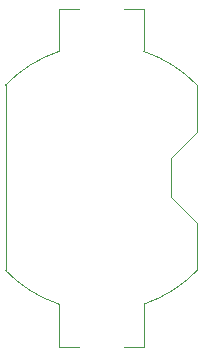
<source format=gbr>
%TF.GenerationSoftware,KiCad,Pcbnew,9.0.3*%
%TF.CreationDate,2025-07-27T18:33:32+02:00*%
%TF.ProjectId,Tastatur,54617374-6174-4757-922e-6b696361645f,0*%
%TF.SameCoordinates,Original*%
%TF.FileFunction,Legend,Bot*%
%TF.FilePolarity,Positive*%
%FSLAX46Y46*%
G04 Gerber Fmt 4.6, Leading zero omitted, Abs format (unit mm)*
G04 Created by KiCad (PCBNEW 9.0.3) date 2025-07-27 18:33:32*
%MOMM*%
%LPD*%
G01*
G04 APERTURE LIST*
%ADD10C,0.120000*%
G04 APERTURE END LIST*
D10*
%TO.C,BT101*%
X172260000Y-109214700D02*
X172260000Y-124909300D01*
X176760000Y-102752000D02*
X176760000Y-106370000D01*
X176760000Y-127754000D02*
X176760000Y-131372000D01*
X178470000Y-102752000D02*
X176760000Y-102752000D01*
X178470000Y-131372000D02*
X176760000Y-131372000D01*
X182270000Y-102752000D02*
X183980000Y-102752000D01*
X182270000Y-131372000D02*
X183980000Y-131372000D01*
X183980000Y-106370000D02*
X183980000Y-102752000D01*
X183980000Y-131372000D02*
X183980000Y-127754000D01*
X186280000Y-115402000D02*
X188480000Y-113202000D01*
X186280000Y-118722000D02*
X186280000Y-115402000D01*
X186280000Y-118722000D02*
X188480000Y-120922000D01*
X188480000Y-113202000D02*
X188480000Y-109214700D01*
X188480000Y-124909300D02*
X188480000Y-120922000D01*
X172258211Y-109216629D02*
G75*
G02*
X176760000Y-106370001I8111799J-7845391D01*
G01*
X176760000Y-127754000D02*
G75*
G02*
X172258211Y-124907371I3610012J10692020D01*
G01*
X183980000Y-106370000D02*
G75*
G02*
X188481789Y-109216629I-3609986J-10691979D01*
G01*
X188481789Y-124907371D02*
G75*
G02*
X183980000Y-127754000I-8111801J7845391D01*
G01*
%TD*%
M02*

</source>
